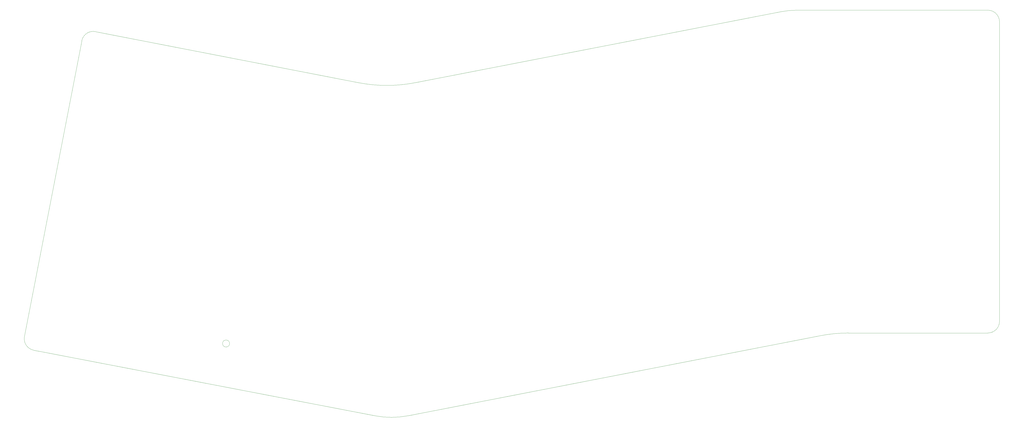
<source format=gbr>
%TF.GenerationSoftware,KiCad,Pcbnew,8.0.4*%
%TF.CreationDate,2024-08-23T20:40:46+09:00*%
%TF.ProjectId,ttaelgam,74746165-6c67-4616-9d2e-6b696361645f,rev?*%
%TF.SameCoordinates,Original*%
%TF.FileFunction,Profile,NP*%
%FSLAX46Y46*%
G04 Gerber Fmt 4.6, Leading zero omitted, Abs format (unit mm)*
G04 Created by KiCad (PCBNEW 8.0.4) date 2024-08-23 20:40:46*
%MOMM*%
%LPD*%
G01*
G04 APERTURE LIST*
%TA.AperFunction,Profile*%
%ADD10C,0.050000*%
%TD*%
G04 APERTURE END LIST*
D10*
X518209740Y-265496311D02*
X518209740Y-266896311D01*
X265437832Y-307329325D02*
G75*
G02*
X251379039Y-307342807I-7064232J36319425D01*
G01*
X126058534Y-146810875D02*
G75*
G02*
X131923193Y-142853234I4908866J-950125D01*
G01*
X518209740Y-141696311D02*
X518209740Y-265496311D01*
X513209740Y-133696311D02*
G75*
G02*
X518209689Y-138696311I-40J-4999989D01*
G01*
X108809740Y-279896311D02*
X105509757Y-279252412D01*
X268442894Y-164756920D02*
G75*
G02*
X244377335Y-164753073I-12022894J61842120D01*
G01*
X441651426Y-273055222D02*
X265437832Y-307329325D01*
X431773007Y-133696311D02*
X513209740Y-133696311D01*
X424711961Y-134376322D02*
X268442894Y-164756920D01*
X424711961Y-134376322D02*
G75*
G02*
X431773007Y-133696313I7061039J-36319978D01*
G01*
X518209740Y-266896311D02*
G75*
G02*
X513209740Y-271896340I-5000040J11D01*
G01*
X101558410Y-273394850D02*
X126058534Y-146810875D01*
X513209740Y-271896311D02*
X511809740Y-271896311D01*
X518209740Y-141696311D02*
X518209740Y-138696311D01*
X105509757Y-279252412D02*
G75*
G02*
X101558450Y-273394858I957543J4907412D01*
G01*
X189209740Y-276396311D02*
G75*
G02*
X186209740Y-276396311I-1500000J0D01*
G01*
X186209740Y-276396311D02*
G75*
G02*
X189209740Y-276396311I1500000J0D01*
G01*
X441651426Y-273055222D02*
G75*
G02*
X453679714Y-271896313I12028274J-61841078D01*
G01*
X244377337Y-164753061D02*
X131923203Y-142853183D01*
X251379039Y-307342807D02*
X108809740Y-279896311D01*
X511809740Y-271896311D02*
X453679714Y-271896311D01*
M02*

</source>
